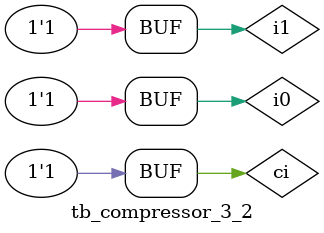
<source format=v>
`timescale 1ns / 1ps
module tb_compressor_3_2(
		
    );
	reg i0,i1;
	reg ci;
	wire c,d;
	
	initial begin
		ci = 0;
		{i1, i0} = 2'b00;
	#20
		{i1, i0} = 2'b01;		
	#20
		{i1, i0} = 2'b10;	
	#20
		{i1, i0} = 2'b11;	
	#20
		ci = 1;
		{i1, i0} = 2'b00;
	#20
		{i1, i0} = 2'b01;		
	#20
		{i1, i0} = 2'b10;	
	#20
		{i1, i0} = 2'b11;	
	end

	compressor_3_2 compressor_3_2_inst(
		.i0	(i0	),
		.i1	(i1	),
		.ci	(ci	),
             
		.co	(c	),
		.d	(d	)
    );
endmodule

</source>
